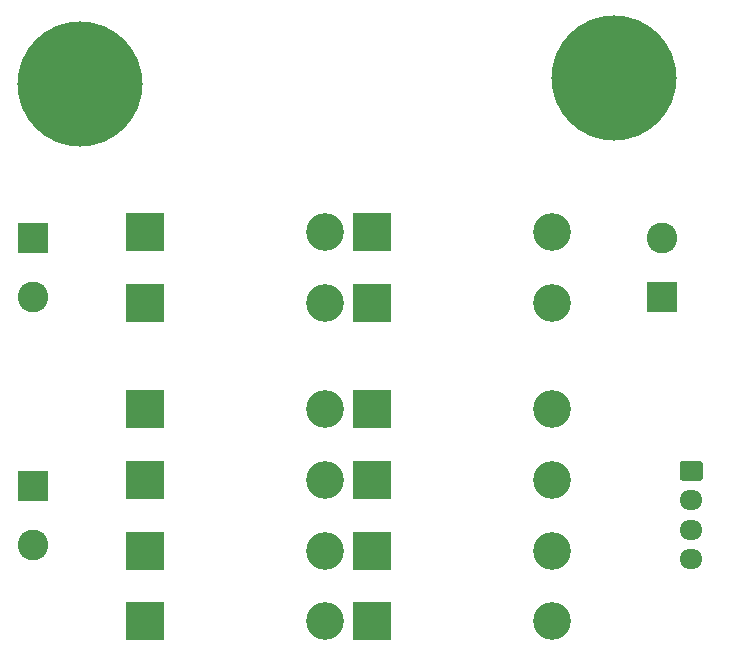
<source format=gbs>
G04 #@! TF.GenerationSoftware,KiCad,Pcbnew,5.1.10*
G04 #@! TF.CreationDate,2021-06-04T18:58:03-05:00*
G04 #@! TF.ProjectId,Rectifier,52656374-6966-4696-9572-2e6b69636164,rev?*
G04 #@! TF.SameCoordinates,Original*
G04 #@! TF.FileFunction,Soldermask,Bot*
G04 #@! TF.FilePolarity,Negative*
%FSLAX46Y46*%
G04 Gerber Fmt 4.6, Leading zero omitted, Abs format (unit mm)*
G04 Created by KiCad (PCBNEW 5.1.10) date 2021-06-04 18:58:03*
%MOMM*%
%LPD*%
G01*
G04 APERTURE LIST*
%ADD10C,0.900000*%
%ADD11C,10.600000*%
%ADD12C,2.600000*%
%ADD13R,2.600000X2.600000*%
%ADD14O,1.950000X1.700000*%
%ADD15O,3.200000X3.200000*%
%ADD16R,3.200000X3.200000*%
G04 APERTURE END LIST*
D10*
X178310749Y-35689251D03*
X175500000Y-34525000D03*
X172689251Y-35689251D03*
X171525000Y-38500000D03*
X172689251Y-41310749D03*
X175500000Y-42475000D03*
X178310749Y-41310749D03*
X179475000Y-38500000D03*
D11*
X175500000Y-38500000D03*
X130250000Y-39000000D03*
D10*
X134225000Y-39000000D03*
X133060749Y-41810749D03*
X130250000Y-42975000D03*
X127439251Y-41810749D03*
X126275000Y-39000000D03*
X127439251Y-36189251D03*
X130250000Y-35025000D03*
X133060749Y-36189251D03*
D12*
X126250000Y-57000000D03*
D13*
X126250000Y-52000000D03*
D12*
X126250000Y-78000000D03*
D13*
X126250000Y-73000000D03*
D12*
X179500000Y-52000000D03*
D13*
X179500000Y-57000000D03*
D14*
X182000000Y-79250000D03*
X182000000Y-76750000D03*
X182000000Y-74250000D03*
G36*
G01*
X181275000Y-70900000D02*
X182725000Y-70900000D01*
G75*
G02*
X182975000Y-71150000I0J-250000D01*
G01*
X182975000Y-72350000D01*
G75*
G02*
X182725000Y-72600000I-250000J0D01*
G01*
X181275000Y-72600000D01*
G75*
G02*
X181025000Y-72350000I0J250000D01*
G01*
X181025000Y-71150000D01*
G75*
G02*
X181275000Y-70900000I250000J0D01*
G01*
G37*
D15*
X150990000Y-57500000D03*
D16*
X135750000Y-57500000D03*
D15*
X150990000Y-78500000D03*
D16*
X135750000Y-78500000D03*
D15*
X150990000Y-66500000D03*
D16*
X135750000Y-66500000D03*
D15*
X150990000Y-51500000D03*
D16*
X135750000Y-51500000D03*
D15*
X170240000Y-57500000D03*
D16*
X155000000Y-57500000D03*
D15*
X150990000Y-84500000D03*
D16*
X135750000Y-84500000D03*
D15*
X170240000Y-78500000D03*
D16*
X155000000Y-78500000D03*
D15*
X150990000Y-72500000D03*
D16*
X135750000Y-72500000D03*
D15*
X170240000Y-66500000D03*
D16*
X155000000Y-66500000D03*
D15*
X170240000Y-51500000D03*
D16*
X155000000Y-51500000D03*
D15*
X170240000Y-84500000D03*
D16*
X155000000Y-84500000D03*
D15*
X170240000Y-72500000D03*
D16*
X155000000Y-72500000D03*
M02*

</source>
